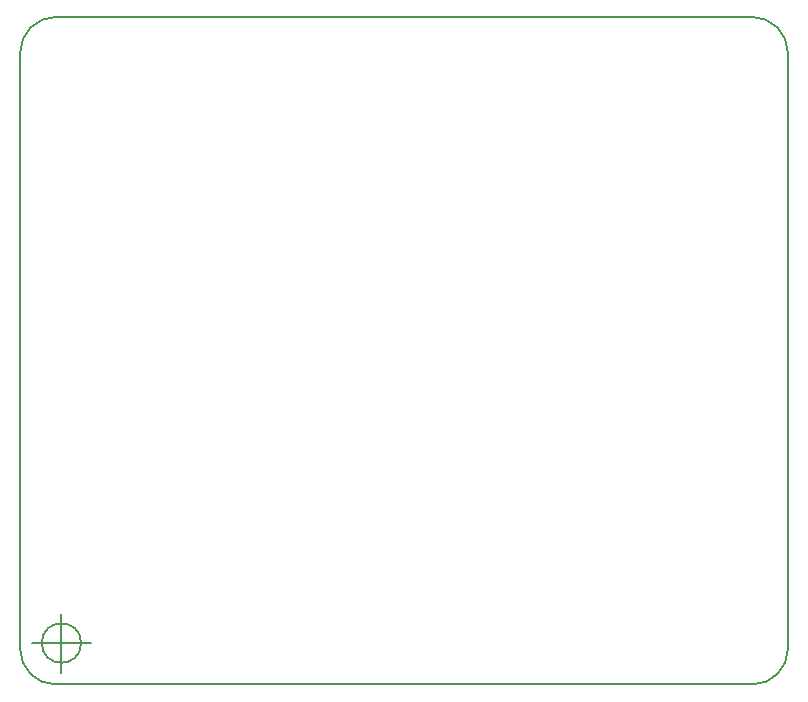
<source format=gm1>
G04 #@! TF.GenerationSoftware,KiCad,Pcbnew,(5.1.4-0)*
G04 #@! TF.CreationDate,2019-10-15T22:26:56+01:00*
G04 #@! TF.ProjectId,raspi-serial-hat,72617370-692d-4736-9572-69616c2d6861,3*
G04 #@! TF.SameCoordinates,Original*
G04 #@! TF.FileFunction,Profile,NP*
%FSLAX46Y46*%
G04 Gerber Fmt 4.6, Leading zero omitted, Abs format (unit mm)*
G04 Created by KiCad (PCBNEW (5.1.4-0)) date 2019-10-15 22:26:56*
%MOMM*%
%LPD*%
G04 APERTURE LIST*
%ADD10C,0.150000*%
G04 APERTURE END LIST*
D10*
X39066666Y-84075000D02*
G75*
G03X39066666Y-84075000I-1666666J0D01*
G01*
X34900000Y-84075000D02*
X39900000Y-84075000D01*
X37400000Y-81575000D02*
X37400000Y-86575000D01*
X95900000Y-87575000D02*
G75*
G03X98900000Y-84575000I0J3000000D01*
G01*
X33900000Y-84575000D02*
G75*
G03X36900000Y-87575000I3000000J0D01*
G01*
X36900000Y-31075000D02*
G75*
G03X33900000Y-34075000I0J-3000000D01*
G01*
X98900000Y-34075000D02*
G75*
G03X95900000Y-31075000I-3000000J0D01*
G01*
X98900000Y-84575000D02*
X98900000Y-34075000D01*
X36900000Y-87575000D02*
X95900000Y-87575000D01*
X33900000Y-34075000D02*
X33900000Y-84575000D01*
X36900000Y-31075000D02*
X95900000Y-31075000D01*
M02*

</source>
